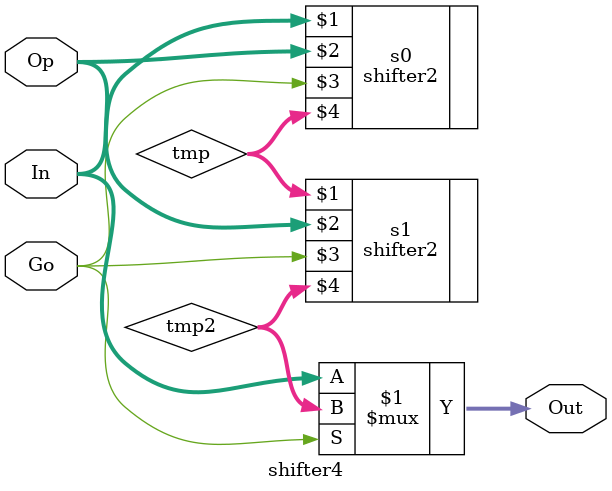
<source format=v>
module shifter4 (In, Op, Go, Out);
	input [15:0] In;
	input [1:0]  Op;
	input Go;
	output [15:0] Out;
	wire [15:0] tmp, tmp2;

	shifter2 s0 (In, Op, Go, tmp);
	shifter2 s1 (tmp, Op, Go, tmp2);
	assign Out = Go ? tmp2 : In;
endmodule


</source>
